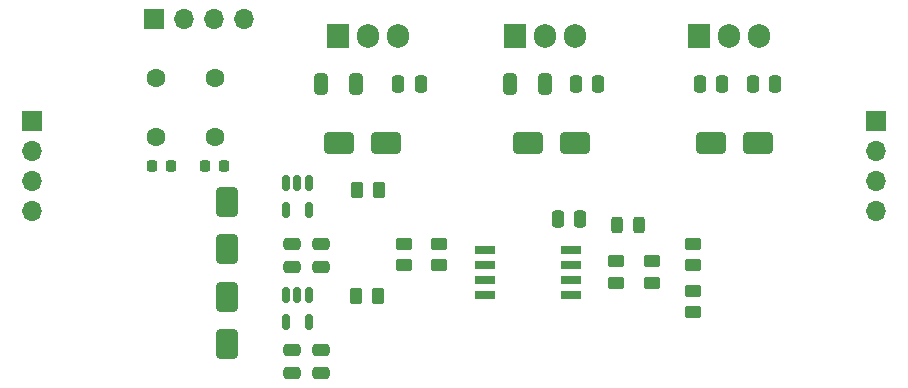
<source format=gts>
G04 #@! TF.GenerationSoftware,KiCad,Pcbnew,7.0.7*
G04 #@! TF.CreationDate,2023-09-04T18:07:58+02:00*
G04 #@! TF.ProjectId,lt15t3,6c743135-7433-42e6-9b69-6361645f7063,rev?*
G04 #@! TF.SameCoordinates,Original*
G04 #@! TF.FileFunction,Soldermask,Top*
G04 #@! TF.FilePolarity,Negative*
%FSLAX46Y46*%
G04 Gerber Fmt 4.6, Leading zero omitted, Abs format (unit mm)*
G04 Created by KiCad (PCBNEW 7.0.7) date 2023-09-04 18:07:58*
%MOMM*%
%LPD*%
G01*
G04 APERTURE LIST*
G04 Aperture macros list*
%AMRoundRect*
0 Rectangle with rounded corners*
0 $1 Rounding radius*
0 $2 $3 $4 $5 $6 $7 $8 $9 X,Y pos of 4 corners*
0 Add a 4 corners polygon primitive as box body*
4,1,4,$2,$3,$4,$5,$6,$7,$8,$9,$2,$3,0*
0 Add four circle primitives for the rounded corners*
1,1,$1+$1,$2,$3*
1,1,$1+$1,$4,$5*
1,1,$1+$1,$6,$7*
1,1,$1+$1,$8,$9*
0 Add four rect primitives between the rounded corners*
20,1,$1+$1,$2,$3,$4,$5,0*
20,1,$1+$1,$4,$5,$6,$7,0*
20,1,$1+$1,$6,$7,$8,$9,0*
20,1,$1+$1,$8,$9,$2,$3,0*%
G04 Aperture macros list end*
%ADD10RoundRect,0.250000X-1.000000X-0.650000X1.000000X-0.650000X1.000000X0.650000X-1.000000X0.650000X0*%
%ADD11RoundRect,0.250000X1.000000X0.650000X-1.000000X0.650000X-1.000000X-0.650000X1.000000X-0.650000X0*%
%ADD12R,1.700000X0.650000*%
%ADD13R,1.905000X2.000000*%
%ADD14O,1.905000X2.000000*%
%ADD15RoundRect,0.150000X-0.150000X0.512500X-0.150000X-0.512500X0.150000X-0.512500X0.150000X0.512500X0*%
%ADD16RoundRect,0.250000X0.450000X-0.262500X0.450000X0.262500X-0.450000X0.262500X-0.450000X-0.262500X0*%
%ADD17RoundRect,0.250000X-0.262500X-0.450000X0.262500X-0.450000X0.262500X0.450000X-0.262500X0.450000X0*%
%ADD18R,1.700000X1.700000*%
%ADD19O,1.700000X1.700000*%
%ADD20C,1.600000*%
%ADD21RoundRect,0.243750X-0.243750X-0.456250X0.243750X-0.456250X0.243750X0.456250X-0.243750X0.456250X0*%
%ADD22RoundRect,0.218750X-0.218750X-0.256250X0.218750X-0.256250X0.218750X0.256250X-0.218750X0.256250X0*%
%ADD23RoundRect,0.250000X0.650000X-1.000000X0.650000X1.000000X-0.650000X1.000000X-0.650000X-1.000000X0*%
%ADD24RoundRect,0.250000X0.250000X0.475000X-0.250000X0.475000X-0.250000X-0.475000X0.250000X-0.475000X0*%
%ADD25RoundRect,0.250000X-0.250000X-0.475000X0.250000X-0.475000X0.250000X0.475000X-0.250000X0.475000X0*%
%ADD26RoundRect,0.250000X-0.325000X-0.650000X0.325000X-0.650000X0.325000X0.650000X-0.325000X0.650000X0*%
%ADD27RoundRect,0.250000X0.475000X-0.250000X0.475000X0.250000X-0.475000X0.250000X-0.475000X-0.250000X0*%
%ADD28RoundRect,0.250000X-0.475000X0.250000X-0.475000X-0.250000X0.475000X-0.250000X0.475000X0.250000X0*%
G04 APERTURE END LIST*
D10*
G04 #@! TO.C,D9*
X150500000Y-42000000D03*
X154500000Y-42000000D03*
G04 #@! TD*
D11*
G04 #@! TO.C,D6*
X138500000Y-42000000D03*
X134500000Y-42000000D03*
G04 #@! TD*
D10*
G04 #@! TO.C,D5*
X166000000Y-42000000D03*
X170000000Y-42000000D03*
G04 #@! TD*
D12*
G04 #@! TO.C,U6*
X146850000Y-51055000D03*
X146850000Y-52325000D03*
X146850000Y-53595000D03*
X146850000Y-54865000D03*
X154150000Y-54865000D03*
X154150000Y-53595000D03*
X154150000Y-52325000D03*
X154150000Y-51055000D03*
G04 #@! TD*
D13*
G04 #@! TO.C,U5*
X165000000Y-32945000D03*
D14*
X167540000Y-32945000D03*
X170080000Y-32945000D03*
G04 #@! TD*
D13*
G04 #@! TO.C,U4*
X134420000Y-33000000D03*
D14*
X136960000Y-33000000D03*
X139500000Y-33000000D03*
G04 #@! TD*
D13*
G04 #@! TO.C,U3*
X149460000Y-32945000D03*
D14*
X152000000Y-32945000D03*
X154540000Y-32945000D03*
G04 #@! TD*
D15*
G04 #@! TO.C,U2*
X131950000Y-45402500D03*
X131000000Y-45402500D03*
X130050000Y-45402500D03*
X130050000Y-47677500D03*
X131950000Y-47677500D03*
G04 #@! TD*
G04 #@! TO.C,U1*
X131950000Y-54902500D03*
X131000000Y-54902500D03*
X130050000Y-54902500D03*
X130050000Y-57177500D03*
X131950000Y-57177500D03*
G04 #@! TD*
D16*
G04 #@! TO.C,R8*
X161000000Y-53872500D03*
X161000000Y-52047500D03*
G04 #@! TD*
G04 #@! TO.C,R7*
X140000000Y-52372500D03*
X140000000Y-50547500D03*
G04 #@! TD*
G04 #@! TO.C,R6*
X158000000Y-53872500D03*
X158000000Y-52047500D03*
G04 #@! TD*
G04 #@! TO.C,R5*
X143000000Y-50547500D03*
X143000000Y-52372500D03*
G04 #@! TD*
G04 #@! TO.C,R4*
X164500000Y-56372500D03*
X164500000Y-54547500D03*
G04 #@! TD*
G04 #@! TO.C,R3*
X164500000Y-52372500D03*
X164500000Y-50547500D03*
G04 #@! TD*
D17*
G04 #@! TO.C,R2*
X136087500Y-46000000D03*
X137912500Y-46000000D03*
G04 #@! TD*
G04 #@! TO.C,R1*
X136000000Y-55000000D03*
X137825000Y-55000000D03*
G04 #@! TD*
D18*
G04 #@! TO.C,J3*
X108500000Y-40200000D03*
D19*
X108500000Y-42740000D03*
X108500000Y-45280000D03*
X108500000Y-47820000D03*
G04 #@! TD*
D18*
G04 #@! TO.C,J2*
X180000000Y-40200000D03*
D19*
X180000000Y-42740000D03*
X180000000Y-45280000D03*
X180000000Y-47820000D03*
G04 #@! TD*
D18*
G04 #@! TO.C,J1*
X118880000Y-31500000D03*
D19*
X121420000Y-31500000D03*
X123960000Y-31500000D03*
X126500000Y-31500000D03*
G04 #@! TD*
D20*
G04 #@! TO.C,F2*
X119000000Y-36500000D03*
X119000000Y-41500000D03*
G04 #@! TD*
G04 #@! TO.C,F1*
X124000000Y-36500000D03*
X124000000Y-41500000D03*
G04 #@! TD*
D21*
G04 #@! TO.C,D8*
X158062500Y-48960000D03*
X159937500Y-48960000D03*
G04 #@! TD*
D22*
G04 #@! TO.C,D4*
X123212500Y-44000000D03*
X124787500Y-44000000D03*
G04 #@! TD*
G04 #@! TO.C,D3*
X118712500Y-44000000D03*
X120287500Y-44000000D03*
G04 #@! TD*
D23*
G04 #@! TO.C,D2*
X125000000Y-51040000D03*
X125000000Y-47040000D03*
G04 #@! TD*
G04 #@! TO.C,D1*
X125000000Y-59040000D03*
X125000000Y-55040000D03*
G04 #@! TD*
D24*
G04 #@! TO.C,C11*
X154950000Y-48460000D03*
X153050000Y-48460000D03*
G04 #@! TD*
G04 #@! TO.C,C10*
X171450000Y-37000000D03*
X169550000Y-37000000D03*
G04 #@! TD*
D25*
G04 #@! TO.C,C9*
X165050000Y-37000000D03*
X166950000Y-37000000D03*
G04 #@! TD*
G04 #@! TO.C,C8*
X139550000Y-37000000D03*
X141450000Y-37000000D03*
G04 #@! TD*
D24*
G04 #@! TO.C,C7*
X156450000Y-37000000D03*
X154550000Y-37000000D03*
G04 #@! TD*
D26*
G04 #@! TO.C,C6*
X133025000Y-37000000D03*
X135975000Y-37000000D03*
G04 #@! TD*
G04 #@! TO.C,C5*
X149025000Y-37000000D03*
X151975000Y-37000000D03*
G04 #@! TD*
D27*
G04 #@! TO.C,C4*
X130500000Y-61490000D03*
X130500000Y-59590000D03*
G04 #@! TD*
D28*
G04 #@! TO.C,C3*
X133000000Y-59590000D03*
X133000000Y-61490000D03*
G04 #@! TD*
D27*
G04 #@! TO.C,C2*
X130500000Y-52490000D03*
X130500000Y-50590000D03*
G04 #@! TD*
G04 #@! TO.C,C1*
X133000000Y-52490000D03*
X133000000Y-50590000D03*
G04 #@! TD*
M02*

</source>
